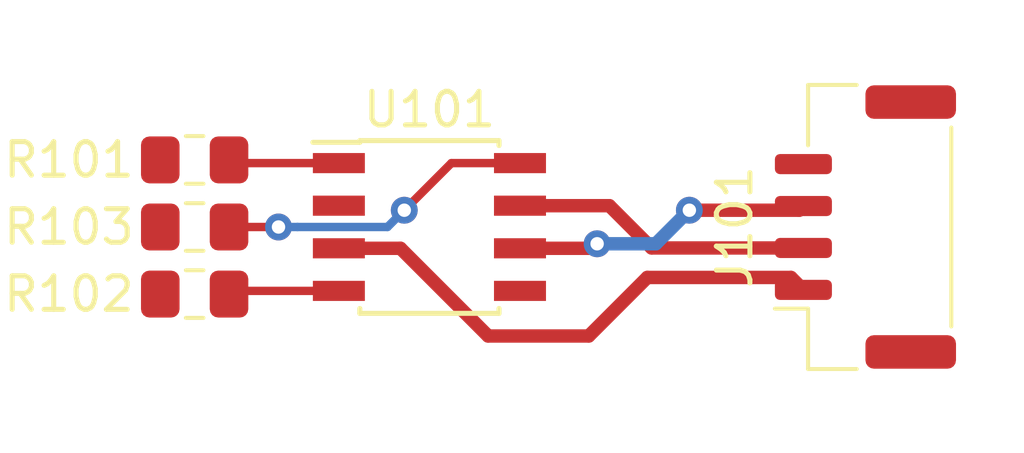
<source format=kicad_pcb>
(kicad_pcb (version 20171130) (host pcbnew 5.0.0-fee4fd1~66~ubuntu16.04.1)

  (general
    (thickness 1.6)
    (drawings 0)
    (tracks 29)
    (zones 0)
    (modules 5)
    (nets 11)
  )

  (page A4)
  (layers
    (0 F.Cu signal)
    (31 B.Cu signal)
    (32 B.Adhes user)
    (33 F.Adhes user)
    (34 B.Paste user)
    (35 F.Paste user)
    (36 B.SilkS user)
    (37 F.SilkS user)
    (38 B.Mask user)
    (39 F.Mask user)
    (40 Dwgs.User user)
    (41 Cmts.User user)
    (42 Eco1.User user)
    (43 Eco2.User user)
    (44 Edge.Cuts user)
    (45 Margin user)
    (46 B.CrtYd user)
    (47 F.CrtYd user)
    (48 B.Fab user)
    (49 F.Fab user)
  )

  (setup
    (last_trace_width 0.25)
    (trace_clearance 0.2)
    (zone_clearance 0.508)
    (zone_45_only no)
    (trace_min 0.2)
    (segment_width 0.2)
    (edge_width 0.15)
    (via_size 0.8)
    (via_drill 0.4)
    (via_min_size 0.4)
    (via_min_drill 0.3)
    (uvia_size 0.3)
    (uvia_drill 0.1)
    (uvias_allowed no)
    (uvia_min_size 0.2)
    (uvia_min_drill 0.1)
    (pcb_text_width 0.3)
    (pcb_text_size 1.5 1.5)
    (mod_edge_width 0.15)
    (mod_text_size 1 1)
    (mod_text_width 0.15)
    (pad_size 1.524 1.524)
    (pad_drill 0.762)
    (pad_to_mask_clearance 0.2)
    (aux_axis_origin 0 0)
    (visible_elements FFFFFF7F)
    (pcbplotparams
      (layerselection 0x010fc_ffffffff)
      (usegerberextensions false)
      (usegerberattributes false)
      (usegerberadvancedattributes false)
      (creategerberjobfile false)
      (excludeedgelayer true)
      (linewidth 0.100000)
      (plotframeref false)
      (viasonmask false)
      (mode 1)
      (useauxorigin false)
      (hpglpennumber 1)
      (hpglpenspeed 20)
      (hpglpendiameter 15.000000)
      (psnegative false)
      (psa4output false)
      (plotreference true)
      (plotvalue true)
      (plotinvisibletext false)
      (padsonsilk false)
      (subtractmaskfromsilk false)
      (outputformat 1)
      (mirror false)
      (drillshape 1)
      (scaleselection 1)
      (outputdirectory ""))
  )

  (net 0 "")
  (net 1 /+VCAN)
  (net 2 /CANH)
  (net 3 /CANL)
  (net 4 GND)
  (net 5 /TXD)
  (net 6 "Net-(R101-Pad1)")
  (net 7 "Net-(R102-Pad1)")
  (net 8 /RXD)
  (net 9 "Net-(R103-Pad1)")
  (net 10 "Net-(U101-Pad5)")

  (net_class Default "This is the default net class."
    (clearance 0.2)
    (trace_width 0.25)
    (via_dia 0.8)
    (via_drill 0.4)
    (uvia_dia 0.3)
    (uvia_drill 0.1)
    (add_net /RXD)
    (add_net /TXD)
    (add_net GND)
    (add_net "Net-(R101-Pad1)")
    (add_net "Net-(R102-Pad1)")
    (add_net "Net-(R103-Pad1)")
    (add_net "Net-(U101-Pad5)")
  )

  (net_class CAN ""
    (clearance 0.3)
    (trace_width 0.4)
    (via_dia 0.8)
    (via_drill 0.4)
    (uvia_dia 0.3)
    (uvia_drill 0.1)
    (add_net /+VCAN)
    (add_net /CANH)
    (add_net /CANL)
  )

  (module Connector_JST:JST_GH_SM04B-GHS-TB_1x04-1MP_P1.25mm_Horizontal (layer F.Cu) (tedit 5B78AD87) (tstamp 5B9BFEE1)
    (at 144.5 99.5 90)
    (descr "JST GH series connector, SM04B-GHS-TB (http://www.jst-mfg.com/product/pdf/eng/eGH.pdf), generated with kicad-footprint-generator")
    (tags "connector JST GH top entry")
    (path /5B8F4BEC)
    (attr smd)
    (fp_text reference J101 (at 0 -3.9 90) (layer F.SilkS)
      (effects (font (size 1 1) (thickness 0.15)))
    )
    (fp_text value Conn_01x05_Male (at 0 3.9 90) (layer F.Fab)
      (effects (font (size 1 1) (thickness 0.15)))
    )
    (fp_line (start -4.125 -1.6) (end 4.125 -1.6) (layer F.Fab) (width 0.1))
    (fp_line (start -4.235 -0.26) (end -4.235 -1.71) (layer F.SilkS) (width 0.12))
    (fp_line (start -4.235 -1.71) (end -2.435 -1.71) (layer F.SilkS) (width 0.12))
    (fp_line (start -2.435 -1.71) (end -2.435 -2.7) (layer F.SilkS) (width 0.12))
    (fp_line (start 4.235 -0.26) (end 4.235 -1.71) (layer F.SilkS) (width 0.12))
    (fp_line (start 4.235 -1.71) (end 2.435 -1.71) (layer F.SilkS) (width 0.12))
    (fp_line (start -2.965 2.56) (end 2.965 2.56) (layer F.SilkS) (width 0.12))
    (fp_line (start -4.125 2.45) (end 4.125 2.45) (layer F.Fab) (width 0.1))
    (fp_line (start -4.125 -1.6) (end -4.125 2.45) (layer F.Fab) (width 0.1))
    (fp_line (start 4.125 -1.6) (end 4.125 2.45) (layer F.Fab) (width 0.1))
    (fp_line (start -4.72 -3.2) (end -4.72 3.2) (layer F.CrtYd) (width 0.05))
    (fp_line (start -4.72 3.2) (end 4.72 3.2) (layer F.CrtYd) (width 0.05))
    (fp_line (start 4.72 3.2) (end 4.72 -3.2) (layer F.CrtYd) (width 0.05))
    (fp_line (start 4.72 -3.2) (end -4.72 -3.2) (layer F.CrtYd) (width 0.05))
    (fp_line (start -2.375 -1.6) (end -1.875 -0.892893) (layer F.Fab) (width 0.1))
    (fp_line (start -1.875 -0.892893) (end -1.375 -1.6) (layer F.Fab) (width 0.1))
    (fp_text user %R (at 0 0 90) (layer F.Fab)
      (effects (font (size 1 1) (thickness 0.15)))
    )
    (pad 1 smd roundrect (at -1.875 -1.85 90) (size 0.6 1.7) (layers F.Cu F.Paste F.Mask) (roundrect_rratio 0.25)
      (net 1 /+VCAN))
    (pad 2 smd roundrect (at -0.625 -1.85 90) (size 0.6 1.7) (layers F.Cu F.Paste F.Mask) (roundrect_rratio 0.25)
      (net 2 /CANH))
    (pad 3 smd roundrect (at 0.625 -1.85 90) (size 0.6 1.7) (layers F.Cu F.Paste F.Mask) (roundrect_rratio 0.25)
      (net 3 /CANL))
    (pad 4 smd roundrect (at 1.875 -1.85 90) (size 0.6 1.7) (layers F.Cu F.Paste F.Mask) (roundrect_rratio 0.25)
      (net 4 GND))
    (pad MP smd roundrect (at -3.725 1.35 90) (size 1 2.7) (layers F.Cu F.Paste F.Mask) (roundrect_rratio 0.25))
    (pad MP smd roundrect (at 3.725 1.35 90) (size 1 2.7) (layers F.Cu F.Paste F.Mask) (roundrect_rratio 0.25))
    (model ${KISYS3DMOD}/Connector_JST.3dshapes/JST_GH_SM04B-GHS-TB_1x04-1MP_P1.25mm_Horizontal.wrl
      (at (xyz 0 0 0))
      (scale (xyz 1 1 1))
      (rotate (xyz 0 0 0))
    )
  )

  (module Resistor_SMD:R_0805_2012Metric_Pad1.15x1.40mm_HandSolder (layer F.Cu) (tedit 5B36C52B) (tstamp 5B9BF90C)
    (at 124.5 97.5 180)
    (descr "Resistor SMD 0805 (2012 Metric), square (rectangular) end terminal, IPC_7351 nominal with elongated pad for handsoldering. (Body size source: https://docs.google.com/spreadsheets/d/1BsfQQcO9C6DZCsRaXUlFlo91Tg2WpOkGARC1WS5S8t0/edit?usp=sharing), generated with kicad-footprint-generator")
    (tags "resistor handsolder")
    (path /5B8F4662)
    (attr smd)
    (fp_text reference R101 (at 3.75 0 180) (layer F.SilkS)
      (effects (font (size 1 1) (thickness 0.15)))
    )
    (fp_text value 1K (at 0 1.65 180) (layer F.Fab)
      (effects (font (size 1 1) (thickness 0.15)))
    )
    (fp_text user %R (at 0 0 180) (layer F.Fab)
      (effects (font (size 0.5 0.5) (thickness 0.08)))
    )
    (fp_line (start 1.85 0.95) (end -1.85 0.95) (layer F.CrtYd) (width 0.05))
    (fp_line (start 1.85 -0.95) (end 1.85 0.95) (layer F.CrtYd) (width 0.05))
    (fp_line (start -1.85 -0.95) (end 1.85 -0.95) (layer F.CrtYd) (width 0.05))
    (fp_line (start -1.85 0.95) (end -1.85 -0.95) (layer F.CrtYd) (width 0.05))
    (fp_line (start -0.261252 0.71) (end 0.261252 0.71) (layer F.SilkS) (width 0.12))
    (fp_line (start -0.261252 -0.71) (end 0.261252 -0.71) (layer F.SilkS) (width 0.12))
    (fp_line (start 1 0.6) (end -1 0.6) (layer F.Fab) (width 0.1))
    (fp_line (start 1 -0.6) (end 1 0.6) (layer F.Fab) (width 0.1))
    (fp_line (start -1 -0.6) (end 1 -0.6) (layer F.Fab) (width 0.1))
    (fp_line (start -1 0.6) (end -1 -0.6) (layer F.Fab) (width 0.1))
    (pad 2 smd roundrect (at 1.025 0 180) (size 1.15 1.4) (layers F.Cu F.Paste F.Mask) (roundrect_rratio 0.217391)
      (net 5 /TXD))
    (pad 1 smd roundrect (at -1.025 0 180) (size 1.15 1.4) (layers F.Cu F.Paste F.Mask) (roundrect_rratio 0.217391)
      (net 6 "Net-(R101-Pad1)"))
    (model ${KISYS3DMOD}/Resistor_SMD.3dshapes/R_0805_2012Metric.wrl
      (at (xyz 0 0 0))
      (scale (xyz 1 1 1))
      (rotate (xyz 0 0 0))
    )
  )

  (module Resistor_SMD:R_0805_2012Metric_Pad1.15x1.40mm_HandSolder (layer F.Cu) (tedit 5B36C52B) (tstamp 5B9BF91D)
    (at 124.5 101.5 180)
    (descr "Resistor SMD 0805 (2012 Metric), square (rectangular) end terminal, IPC_7351 nominal with elongated pad for handsoldering. (Body size source: https://docs.google.com/spreadsheets/d/1BsfQQcO9C6DZCsRaXUlFlo91Tg2WpOkGARC1WS5S8t0/edit?usp=sharing), generated with kicad-footprint-generator")
    (tags "resistor handsolder")
    (path /5B8F46B8)
    (attr smd)
    (fp_text reference R102 (at 3.75 0 180) (layer F.SilkS)
      (effects (font (size 1 1) (thickness 0.15)))
    )
    (fp_text value 1K (at 0 1.65 180) (layer F.Fab)
      (effects (font (size 1 1) (thickness 0.15)))
    )
    (fp_line (start -1 0.6) (end -1 -0.6) (layer F.Fab) (width 0.1))
    (fp_line (start -1 -0.6) (end 1 -0.6) (layer F.Fab) (width 0.1))
    (fp_line (start 1 -0.6) (end 1 0.6) (layer F.Fab) (width 0.1))
    (fp_line (start 1 0.6) (end -1 0.6) (layer F.Fab) (width 0.1))
    (fp_line (start -0.261252 -0.71) (end 0.261252 -0.71) (layer F.SilkS) (width 0.12))
    (fp_line (start -0.261252 0.71) (end 0.261252 0.71) (layer F.SilkS) (width 0.12))
    (fp_line (start -1.85 0.95) (end -1.85 -0.95) (layer F.CrtYd) (width 0.05))
    (fp_line (start -1.85 -0.95) (end 1.85 -0.95) (layer F.CrtYd) (width 0.05))
    (fp_line (start 1.85 -0.95) (end 1.85 0.95) (layer F.CrtYd) (width 0.05))
    (fp_line (start 1.85 0.95) (end -1.85 0.95) (layer F.CrtYd) (width 0.05))
    (fp_text user %R (at 0 0 180) (layer F.Fab)
      (effects (font (size 0.5 0.5) (thickness 0.08)))
    )
    (pad 1 smd roundrect (at -1.025 0 180) (size 1.15 1.4) (layers F.Cu F.Paste F.Mask) (roundrect_rratio 0.217391)
      (net 7 "Net-(R102-Pad1)"))
    (pad 2 smd roundrect (at 1.025 0 180) (size 1.15 1.4) (layers F.Cu F.Paste F.Mask) (roundrect_rratio 0.217391)
      (net 8 /RXD))
    (model ${KISYS3DMOD}/Resistor_SMD.3dshapes/R_0805_2012Metric.wrl
      (at (xyz 0 0 0))
      (scale (xyz 1 1 1))
      (rotate (xyz 0 0 0))
    )
  )

  (module Resistor_SMD:R_0805_2012Metric_Pad1.15x1.40mm_HandSolder (layer F.Cu) (tedit 5B36C52B) (tstamp 5B9BF92E)
    (at 124.5 99.5 180)
    (descr "Resistor SMD 0805 (2012 Metric), square (rectangular) end terminal, IPC_7351 nominal with elongated pad for handsoldering. (Body size source: https://docs.google.com/spreadsheets/d/1BsfQQcO9C6DZCsRaXUlFlo91Tg2WpOkGARC1WS5S8t0/edit?usp=sharing), generated with kicad-footprint-generator")
    (tags "resistor handsolder")
    (path /5B8F4571)
    (attr smd)
    (fp_text reference R103 (at 3.75 0 180) (layer F.SilkS)
      (effects (font (size 1 1) (thickness 0.15)))
    )
    (fp_text value 1K (at 0 1.65 180) (layer F.Fab)
      (effects (font (size 1 1) (thickness 0.15)))
    )
    (fp_line (start -1 0.6) (end -1 -0.6) (layer F.Fab) (width 0.1))
    (fp_line (start -1 -0.6) (end 1 -0.6) (layer F.Fab) (width 0.1))
    (fp_line (start 1 -0.6) (end 1 0.6) (layer F.Fab) (width 0.1))
    (fp_line (start 1 0.6) (end -1 0.6) (layer F.Fab) (width 0.1))
    (fp_line (start -0.261252 -0.71) (end 0.261252 -0.71) (layer F.SilkS) (width 0.12))
    (fp_line (start -0.261252 0.71) (end 0.261252 0.71) (layer F.SilkS) (width 0.12))
    (fp_line (start -1.85 0.95) (end -1.85 -0.95) (layer F.CrtYd) (width 0.05))
    (fp_line (start -1.85 -0.95) (end 1.85 -0.95) (layer F.CrtYd) (width 0.05))
    (fp_line (start 1.85 -0.95) (end 1.85 0.95) (layer F.CrtYd) (width 0.05))
    (fp_line (start 1.85 0.95) (end -1.85 0.95) (layer F.CrtYd) (width 0.05))
    (fp_text user %R (at 0 0 180) (layer F.Fab)
      (effects (font (size 0.5 0.5) (thickness 0.08)))
    )
    (pad 1 smd roundrect (at -1.025 0 180) (size 1.15 1.4) (layers F.Cu F.Paste F.Mask) (roundrect_rratio 0.217391)
      (net 9 "Net-(R103-Pad1)"))
    (pad 2 smd roundrect (at 1.025 0 180) (size 1.15 1.4) (layers F.Cu F.Paste F.Mask) (roundrect_rratio 0.217391)
      (net 4 GND))
    (model ${KISYS3DMOD}/Resistor_SMD.3dshapes/R_0805_2012Metric.wrl
      (at (xyz 0 0 0))
      (scale (xyz 1 1 1))
      (rotate (xyz 0 0 0))
    )
  )

  (module Package_SO:SOIC-8_3.9x4.9mm_P1.27mm (layer F.Cu) (tedit 5A02F2D3) (tstamp 5B9BF94B)
    (at 131.5 99.5)
    (descr "8-Lead Plastic Small Outline (SN) - Narrow, 3.90 mm Body [SOIC] (see Microchip Packaging Specification 00000049BS.pdf)")
    (tags "SOIC 1.27")
    (path /5B8F43FA)
    (attr smd)
    (fp_text reference U101 (at 0 -3.5) (layer F.SilkS)
      (effects (font (size 1 1) (thickness 0.15)))
    )
    (fp_text value MCP2551-I-SN (at 0 3.5) (layer F.Fab)
      (effects (font (size 1 1) (thickness 0.15)))
    )
    (fp_text user %R (at 0 0) (layer F.Fab)
      (effects (font (size 1 1) (thickness 0.15)))
    )
    (fp_line (start -0.95 -2.45) (end 1.95 -2.45) (layer F.Fab) (width 0.1))
    (fp_line (start 1.95 -2.45) (end 1.95 2.45) (layer F.Fab) (width 0.1))
    (fp_line (start 1.95 2.45) (end -1.95 2.45) (layer F.Fab) (width 0.1))
    (fp_line (start -1.95 2.45) (end -1.95 -1.45) (layer F.Fab) (width 0.1))
    (fp_line (start -1.95 -1.45) (end -0.95 -2.45) (layer F.Fab) (width 0.1))
    (fp_line (start -3.73 -2.7) (end -3.73 2.7) (layer F.CrtYd) (width 0.05))
    (fp_line (start 3.73 -2.7) (end 3.73 2.7) (layer F.CrtYd) (width 0.05))
    (fp_line (start -3.73 -2.7) (end 3.73 -2.7) (layer F.CrtYd) (width 0.05))
    (fp_line (start -3.73 2.7) (end 3.73 2.7) (layer F.CrtYd) (width 0.05))
    (fp_line (start -2.075 -2.575) (end -2.075 -2.525) (layer F.SilkS) (width 0.15))
    (fp_line (start 2.075 -2.575) (end 2.075 -2.43) (layer F.SilkS) (width 0.15))
    (fp_line (start 2.075 2.575) (end 2.075 2.43) (layer F.SilkS) (width 0.15))
    (fp_line (start -2.075 2.575) (end -2.075 2.43) (layer F.SilkS) (width 0.15))
    (fp_line (start -2.075 -2.575) (end 2.075 -2.575) (layer F.SilkS) (width 0.15))
    (fp_line (start -2.075 2.575) (end 2.075 2.575) (layer F.SilkS) (width 0.15))
    (fp_line (start -2.075 -2.525) (end -3.475 -2.525) (layer F.SilkS) (width 0.15))
    (pad 1 smd rect (at -2.7 -1.905) (size 1.55 0.6) (layers F.Cu F.Paste F.Mask)
      (net 6 "Net-(R101-Pad1)"))
    (pad 2 smd rect (at -2.7 -0.635) (size 1.55 0.6) (layers F.Cu F.Paste F.Mask)
      (net 4 GND))
    (pad 3 smd rect (at -2.7 0.635) (size 1.55 0.6) (layers F.Cu F.Paste F.Mask)
      (net 1 /+VCAN))
    (pad 4 smd rect (at -2.7 1.905) (size 1.55 0.6) (layers F.Cu F.Paste F.Mask)
      (net 7 "Net-(R102-Pad1)"))
    (pad 5 smd rect (at 2.7 1.905) (size 1.55 0.6) (layers F.Cu F.Paste F.Mask)
      (net 10 "Net-(U101-Pad5)"))
    (pad 6 smd rect (at 2.7 0.635) (size 1.55 0.6) (layers F.Cu F.Paste F.Mask)
      (net 3 /CANL))
    (pad 7 smd rect (at 2.7 -0.635) (size 1.55 0.6) (layers F.Cu F.Paste F.Mask)
      (net 2 /CANH))
    (pad 8 smd rect (at 2.7 -1.905) (size 1.55 0.6) (layers F.Cu F.Paste F.Mask)
      (net 9 "Net-(R103-Pad1)"))
    (model ${KISYS3DMOD}/Package_SO.3dshapes/SOIC-8_3.9x4.9mm_P1.27mm.wrl
      (at (xyz 0 0 0))
      (scale (xyz 1 1 1))
      (rotate (xyz 0 0 0))
    )
  )

  (segment (start 142.27929 101.00429) (end 137.99571 101.00429) (width 0.4) (layer F.Cu) (net 1))
  (segment (start 142.65 101.375) (end 142.27929 101.00429) (width 0.4) (layer F.Cu) (net 1))
  (segment (start 137.99571 101.00429) (end 136.25 102.75) (width 0.4) (layer F.Cu) (net 1))
  (segment (start 136.25 102.75) (end 133.25 102.75) (width 0.4) (layer F.Cu) (net 1))
  (segment (start 130.635 100.135) (end 128.8 100.135) (width 0.4) (layer F.Cu) (net 1))
  (segment (start 133.25 102.75) (end 130.635 100.135) (width 0.4) (layer F.Cu) (net 1))
  (segment (start 134.2 98.865) (end 136.865 98.865) (width 0.4) (layer F.Cu) (net 2))
  (segment (start 138.125 100.125) (end 142.65 100.125) (width 0.4) (layer F.Cu) (net 2))
  (segment (start 136.865 98.865) (end 138.125 100.125) (width 0.4) (layer F.Cu) (net 2))
  (segment (start 134.2 100.135) (end 136.365 100.135) (width 0.4) (layer F.Cu) (net 3))
  (via (at 136.5 100) (size 0.8) (drill 0.4) (layers F.Cu B.Cu) (net 3))
  (segment (start 136.365 100.135) (end 136.5 100) (width 0.4) (layer F.Cu) (net 3))
  (via (at 139.25 99) (size 0.8) (drill 0.4) (layers F.Cu B.Cu) (net 3))
  (segment (start 136.5 100) (end 138.25 100) (width 0.4) (layer B.Cu) (net 3))
  (segment (start 138.25 100) (end 139.25 99) (width 0.4) (layer B.Cu) (net 3))
  (segment (start 142.525 99) (end 142.65 98.875) (width 0.4) (layer F.Cu) (net 3))
  (segment (start 139.25 99) (end 142.525 99) (width 0.4) (layer F.Cu) (net 3))
  (segment (start 125.62 97.595) (end 125.525 97.5) (width 0.25) (layer F.Cu) (net 6))
  (segment (start 128.8 97.595) (end 125.62 97.595) (width 0.25) (layer F.Cu) (net 6))
  (segment (start 125.62 101.405) (end 125.525 101.5) (width 0.25) (layer F.Cu) (net 7))
  (segment (start 128.8 101.405) (end 125.62 101.405) (width 0.25) (layer F.Cu) (net 7))
  (segment (start 134.2 97.595) (end 132.155 97.595) (width 0.25) (layer F.Cu) (net 9))
  (via (at 130.75 99) (size 0.8) (drill 0.4) (layers F.Cu B.Cu) (net 9))
  (segment (start 132.155 97.595) (end 130.75 99) (width 0.25) (layer F.Cu) (net 9))
  (segment (start 130.25 99.5) (end 127.565685 99.5) (width 0.25) (layer B.Cu) (net 9))
  (segment (start 127.565685 99.5) (end 127 99.5) (width 0.25) (layer B.Cu) (net 9))
  (segment (start 130.75 99) (end 130.25 99.5) (width 0.25) (layer B.Cu) (net 9))
  (via (at 127 99.5) (size 0.8) (drill 0.4) (layers F.Cu B.Cu) (net 9))
  (segment (start 125.525 99.5) (end 127 99.5) (width 0.25) (layer F.Cu) (net 9))

)

</source>
